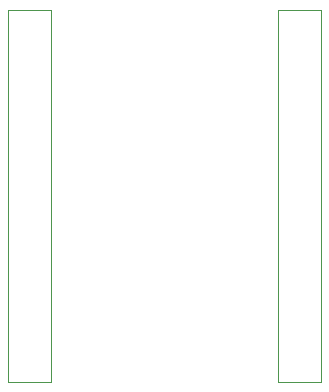
<source format=gbr>
%TF.GenerationSoftware,KiCad,Pcbnew,(5.1.9)-1*%
%TF.CreationDate,2021-12-13T23:40:31+01:00*%
%TF.ProjectId,e18sock,65313873-6f63-46b2-9e6b-696361645f70,rev?*%
%TF.SameCoordinates,Original*%
%TF.FileFunction,Other,User*%
%FSLAX46Y46*%
G04 Gerber Fmt 4.6, Leading zero omitted, Abs format (unit mm)*
G04 Created by KiCad (PCBNEW (5.1.9)-1) date 2021-12-13 23:40:31*
%MOMM*%
%LPD*%
G01*
G04 APERTURE LIST*
%ADD10C,0.050000*%
G04 APERTURE END LIST*
D10*
%TO.C, *%
X141500000Y-65300000D02*
X137900000Y-65300000D01*
X141500000Y-33750000D02*
X141500000Y-65300000D01*
X137900000Y-33750000D02*
X141500000Y-33750000D01*
X137900000Y-65300000D02*
X137900000Y-33750000D01*
X118640000Y-65300000D02*
X115040000Y-65300000D01*
X118640000Y-33750000D02*
X118640000Y-65300000D01*
X115040000Y-33750000D02*
X118640000Y-33750000D01*
X115040000Y-65300000D02*
X115040000Y-33750000D01*
%TD*%
M02*

</source>
